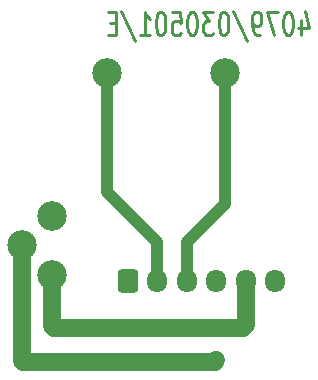
<source format=gbr>
%TF.GenerationSoftware,KiCad,Pcbnew,9.0.0*%
%TF.CreationDate,2025-03-13T21:07:55+01:00*%
%TF.ProjectId,Tasterplatine,54617374-6572-4706-9c61-74696e652e6b,1*%
%TF.SameCoordinates,Original*%
%TF.FileFunction,Copper,L2,Bot*%
%TF.FilePolarity,Positive*%
%FSLAX46Y46*%
G04 Gerber Fmt 4.6, Leading zero omitted, Abs format (unit mm)*
G04 Created by KiCad (PCBNEW 9.0.0) date 2025-03-13 21:07:55*
%MOMM*%
%LPD*%
G01*
G04 APERTURE LIST*
G04 Aperture macros list*
%AMRoundRect*
0 Rectangle with rounded corners*
0 $1 Rounding radius*
0 $2 $3 $4 $5 $6 $7 $8 $9 X,Y pos of 4 corners*
0 Add a 4 corners polygon primitive as box body*
4,1,4,$2,$3,$4,$5,$6,$7,$8,$9,$2,$3,0*
0 Add four circle primitives for the rounded corners*
1,1,$1+$1,$2,$3*
1,1,$1+$1,$4,$5*
1,1,$1+$1,$6,$7*
1,1,$1+$1,$8,$9*
0 Add four rect primitives between the rounded corners*
20,1,$1+$1,$2,$3,$4,$5,0*
20,1,$1+$1,$4,$5,$6,$7,0*
20,1,$1+$1,$6,$7,$8,$9,0*
20,1,$1+$1,$8,$9,$2,$3,0*%
G04 Aperture macros list end*
%ADD10C,0.250000*%
%TA.AperFunction,NonConductor*%
%ADD11C,0.250000*%
%TD*%
%TA.AperFunction,ComponentPad*%
%ADD12C,2.500000*%
%TD*%
%TA.AperFunction,ComponentPad*%
%ADD13RoundRect,0.250000X-0.600000X-0.725000X0.600000X-0.725000X0.600000X0.725000X-0.600000X0.725000X0*%
%TD*%
%TA.AperFunction,ComponentPad*%
%ADD14O,1.700000X1.950000*%
%TD*%
%TA.AperFunction,ViaPad*%
%ADD15C,1.000000*%
%TD*%
%TA.AperFunction,Conductor*%
%ADD16C,1.000000*%
%TD*%
%TA.AperFunction,Conductor*%
%ADD17C,1.500000*%
%TD*%
G04 APERTURE END LIST*
D10*
D11*
X67916193Y-56408904D02*
X67916193Y-57742238D01*
X68249527Y-55647000D02*
X68582860Y-57075571D01*
X68582860Y-57075571D02*
X67716193Y-57075571D01*
X66916194Y-55742238D02*
X66782860Y-55742238D01*
X66782860Y-55742238D02*
X66649527Y-55837476D01*
X66649527Y-55837476D02*
X66582860Y-55932714D01*
X66582860Y-55932714D02*
X66516194Y-56123190D01*
X66516194Y-56123190D02*
X66449527Y-56504142D01*
X66449527Y-56504142D02*
X66449527Y-56980333D01*
X66449527Y-56980333D02*
X66516194Y-57361285D01*
X66516194Y-57361285D02*
X66582860Y-57551761D01*
X66582860Y-57551761D02*
X66649527Y-57647000D01*
X66649527Y-57647000D02*
X66782860Y-57742238D01*
X66782860Y-57742238D02*
X66916194Y-57742238D01*
X66916194Y-57742238D02*
X67049527Y-57647000D01*
X67049527Y-57647000D02*
X67116194Y-57551761D01*
X67116194Y-57551761D02*
X67182860Y-57361285D01*
X67182860Y-57361285D02*
X67249527Y-56980333D01*
X67249527Y-56980333D02*
X67249527Y-56504142D01*
X67249527Y-56504142D02*
X67182860Y-56123190D01*
X67182860Y-56123190D02*
X67116194Y-55932714D01*
X67116194Y-55932714D02*
X67049527Y-55837476D01*
X67049527Y-55837476D02*
X66916194Y-55742238D01*
X65982861Y-55742238D02*
X65049527Y-55742238D01*
X65049527Y-55742238D02*
X65649527Y-57742238D01*
X64449528Y-57742238D02*
X64182861Y-57742238D01*
X64182861Y-57742238D02*
X64049528Y-57647000D01*
X64049528Y-57647000D02*
X63982861Y-57551761D01*
X63982861Y-57551761D02*
X63849528Y-57266047D01*
X63849528Y-57266047D02*
X63782861Y-56885095D01*
X63782861Y-56885095D02*
X63782861Y-56123190D01*
X63782861Y-56123190D02*
X63849528Y-55932714D01*
X63849528Y-55932714D02*
X63916194Y-55837476D01*
X63916194Y-55837476D02*
X64049528Y-55742238D01*
X64049528Y-55742238D02*
X64316194Y-55742238D01*
X64316194Y-55742238D02*
X64449528Y-55837476D01*
X64449528Y-55837476D02*
X64516194Y-55932714D01*
X64516194Y-55932714D02*
X64582861Y-56123190D01*
X64582861Y-56123190D02*
X64582861Y-56599380D01*
X64582861Y-56599380D02*
X64516194Y-56789857D01*
X64516194Y-56789857D02*
X64449528Y-56885095D01*
X64449528Y-56885095D02*
X64316194Y-56980333D01*
X64316194Y-56980333D02*
X64049528Y-56980333D01*
X64049528Y-56980333D02*
X63916194Y-56885095D01*
X63916194Y-56885095D02*
X63849528Y-56789857D01*
X63849528Y-56789857D02*
X63782861Y-56599380D01*
X62182861Y-55647000D02*
X63382861Y-58218428D01*
X61449528Y-55742238D02*
X61316194Y-55742238D01*
X61316194Y-55742238D02*
X61182861Y-55837476D01*
X61182861Y-55837476D02*
X61116194Y-55932714D01*
X61116194Y-55932714D02*
X61049528Y-56123190D01*
X61049528Y-56123190D02*
X60982861Y-56504142D01*
X60982861Y-56504142D02*
X60982861Y-56980333D01*
X60982861Y-56980333D02*
X61049528Y-57361285D01*
X61049528Y-57361285D02*
X61116194Y-57551761D01*
X61116194Y-57551761D02*
X61182861Y-57647000D01*
X61182861Y-57647000D02*
X61316194Y-57742238D01*
X61316194Y-57742238D02*
X61449528Y-57742238D01*
X61449528Y-57742238D02*
X61582861Y-57647000D01*
X61582861Y-57647000D02*
X61649528Y-57551761D01*
X61649528Y-57551761D02*
X61716194Y-57361285D01*
X61716194Y-57361285D02*
X61782861Y-56980333D01*
X61782861Y-56980333D02*
X61782861Y-56504142D01*
X61782861Y-56504142D02*
X61716194Y-56123190D01*
X61716194Y-56123190D02*
X61649528Y-55932714D01*
X61649528Y-55932714D02*
X61582861Y-55837476D01*
X61582861Y-55837476D02*
X61449528Y-55742238D01*
X60516195Y-55742238D02*
X59649528Y-55742238D01*
X59649528Y-55742238D02*
X60116195Y-56504142D01*
X60116195Y-56504142D02*
X59916195Y-56504142D01*
X59916195Y-56504142D02*
X59782861Y-56599380D01*
X59782861Y-56599380D02*
X59716195Y-56694619D01*
X59716195Y-56694619D02*
X59649528Y-56885095D01*
X59649528Y-56885095D02*
X59649528Y-57361285D01*
X59649528Y-57361285D02*
X59716195Y-57551761D01*
X59716195Y-57551761D02*
X59782861Y-57647000D01*
X59782861Y-57647000D02*
X59916195Y-57742238D01*
X59916195Y-57742238D02*
X60316195Y-57742238D01*
X60316195Y-57742238D02*
X60449528Y-57647000D01*
X60449528Y-57647000D02*
X60516195Y-57551761D01*
X58782862Y-55742238D02*
X58649528Y-55742238D01*
X58649528Y-55742238D02*
X58516195Y-55837476D01*
X58516195Y-55837476D02*
X58449528Y-55932714D01*
X58449528Y-55932714D02*
X58382862Y-56123190D01*
X58382862Y-56123190D02*
X58316195Y-56504142D01*
X58316195Y-56504142D02*
X58316195Y-56980333D01*
X58316195Y-56980333D02*
X58382862Y-57361285D01*
X58382862Y-57361285D02*
X58449528Y-57551761D01*
X58449528Y-57551761D02*
X58516195Y-57647000D01*
X58516195Y-57647000D02*
X58649528Y-57742238D01*
X58649528Y-57742238D02*
X58782862Y-57742238D01*
X58782862Y-57742238D02*
X58916195Y-57647000D01*
X58916195Y-57647000D02*
X58982862Y-57551761D01*
X58982862Y-57551761D02*
X59049528Y-57361285D01*
X59049528Y-57361285D02*
X59116195Y-56980333D01*
X59116195Y-56980333D02*
X59116195Y-56504142D01*
X59116195Y-56504142D02*
X59049528Y-56123190D01*
X59049528Y-56123190D02*
X58982862Y-55932714D01*
X58982862Y-55932714D02*
X58916195Y-55837476D01*
X58916195Y-55837476D02*
X58782862Y-55742238D01*
X57049529Y-55742238D02*
X57716195Y-55742238D01*
X57716195Y-55742238D02*
X57782862Y-56694619D01*
X57782862Y-56694619D02*
X57716195Y-56599380D01*
X57716195Y-56599380D02*
X57582862Y-56504142D01*
X57582862Y-56504142D02*
X57249529Y-56504142D01*
X57249529Y-56504142D02*
X57116195Y-56599380D01*
X57116195Y-56599380D02*
X57049529Y-56694619D01*
X57049529Y-56694619D02*
X56982862Y-56885095D01*
X56982862Y-56885095D02*
X56982862Y-57361285D01*
X56982862Y-57361285D02*
X57049529Y-57551761D01*
X57049529Y-57551761D02*
X57116195Y-57647000D01*
X57116195Y-57647000D02*
X57249529Y-57742238D01*
X57249529Y-57742238D02*
X57582862Y-57742238D01*
X57582862Y-57742238D02*
X57716195Y-57647000D01*
X57716195Y-57647000D02*
X57782862Y-57551761D01*
X56116196Y-55742238D02*
X55982862Y-55742238D01*
X55982862Y-55742238D02*
X55849529Y-55837476D01*
X55849529Y-55837476D02*
X55782862Y-55932714D01*
X55782862Y-55932714D02*
X55716196Y-56123190D01*
X55716196Y-56123190D02*
X55649529Y-56504142D01*
X55649529Y-56504142D02*
X55649529Y-56980333D01*
X55649529Y-56980333D02*
X55716196Y-57361285D01*
X55716196Y-57361285D02*
X55782862Y-57551761D01*
X55782862Y-57551761D02*
X55849529Y-57647000D01*
X55849529Y-57647000D02*
X55982862Y-57742238D01*
X55982862Y-57742238D02*
X56116196Y-57742238D01*
X56116196Y-57742238D02*
X56249529Y-57647000D01*
X56249529Y-57647000D02*
X56316196Y-57551761D01*
X56316196Y-57551761D02*
X56382862Y-57361285D01*
X56382862Y-57361285D02*
X56449529Y-56980333D01*
X56449529Y-56980333D02*
X56449529Y-56504142D01*
X56449529Y-56504142D02*
X56382862Y-56123190D01*
X56382862Y-56123190D02*
X56316196Y-55932714D01*
X56316196Y-55932714D02*
X56249529Y-55837476D01*
X56249529Y-55837476D02*
X56116196Y-55742238D01*
X54316196Y-57742238D02*
X55116196Y-57742238D01*
X54716196Y-57742238D02*
X54716196Y-55742238D01*
X54716196Y-55742238D02*
X54849529Y-56027952D01*
X54849529Y-56027952D02*
X54982863Y-56218428D01*
X54982863Y-56218428D02*
X55116196Y-56313666D01*
X52716196Y-55647000D02*
X53916196Y-58218428D01*
X52249529Y-56694619D02*
X51782863Y-56694619D01*
X51582863Y-57742238D02*
X52249529Y-57742238D01*
X52249529Y-57742238D02*
X52249529Y-55742238D01*
X52249529Y-55742238D02*
X51582863Y-55742238D01*
D12*
%TO.P,LA1,1,-*%
%TO.N,/LS*%
X51514000Y-60920000D03*
%TO.P,LA1,2,+*%
%TO.N,/LZ*%
X61514000Y-60920000D03*
%TD*%
%TO.P,SW1,1,A*%
%TO.N,/ZE5*%
X46839000Y-78000000D03*
%TO.P,SW1,2,B*%
%TO.N,/+12V*%
X44339000Y-75500000D03*
%TO.P,SW1,3,C*%
%TO.N,/TASTE*%
X46839000Y-73000000D03*
%TD*%
D13*
%TO.P,J1,1,Pin_1*%
%TO.N,/FREI*%
X53250000Y-78500000D03*
D14*
%TO.P,J1,2,Pin_2*%
%TO.N,/LS*%
X55750000Y-78500000D03*
%TO.P,J1,3,Pin_3*%
%TO.N,/LZ*%
X58250000Y-78500000D03*
%TO.P,J1,4,Pin_4*%
%TO.N,/+12V*%
X60750000Y-78500000D03*
%TO.P,J1,5,Pin_5*%
%TO.N,/ZE5*%
X63250000Y-78500000D03*
%TO.P,J1,6,Pin_6*%
%TO.N,/TASTE*%
X65750000Y-78500000D03*
%TD*%
D15*
%TO.N,/+12V*%
X60764000Y-85250000D03*
%TD*%
D16*
%TO.N,/LZ*%
X58264000Y-78500000D02*
X58264000Y-75250000D01*
X61514000Y-72000000D02*
X61514000Y-60920000D01*
X58264000Y-75250000D02*
X61514000Y-72000000D01*
%TO.N,/LS*%
X55764000Y-75250000D02*
X51514000Y-71000000D01*
X55764000Y-78500000D02*
X55764000Y-75250000D01*
X51514000Y-71000000D02*
X51514000Y-60920000D01*
D17*
%TO.N,/+12V*%
X44414000Y-85400000D02*
X60614000Y-85400000D01*
X44339000Y-85325000D02*
X44414000Y-85400000D01*
X44339000Y-75500000D02*
X44339000Y-85325000D01*
X60614000Y-85400000D02*
X60764000Y-85250000D01*
%TO.N,/ZE5*%
X46839000Y-78000000D02*
X46839000Y-82325000D01*
X46839000Y-82325000D02*
X47014000Y-82500000D01*
X47014000Y-82500000D02*
X63014000Y-82500000D01*
X63014000Y-82500000D02*
X63264000Y-82250000D01*
X63264000Y-82250000D02*
X63264000Y-78500000D01*
%TD*%
M02*

</source>
